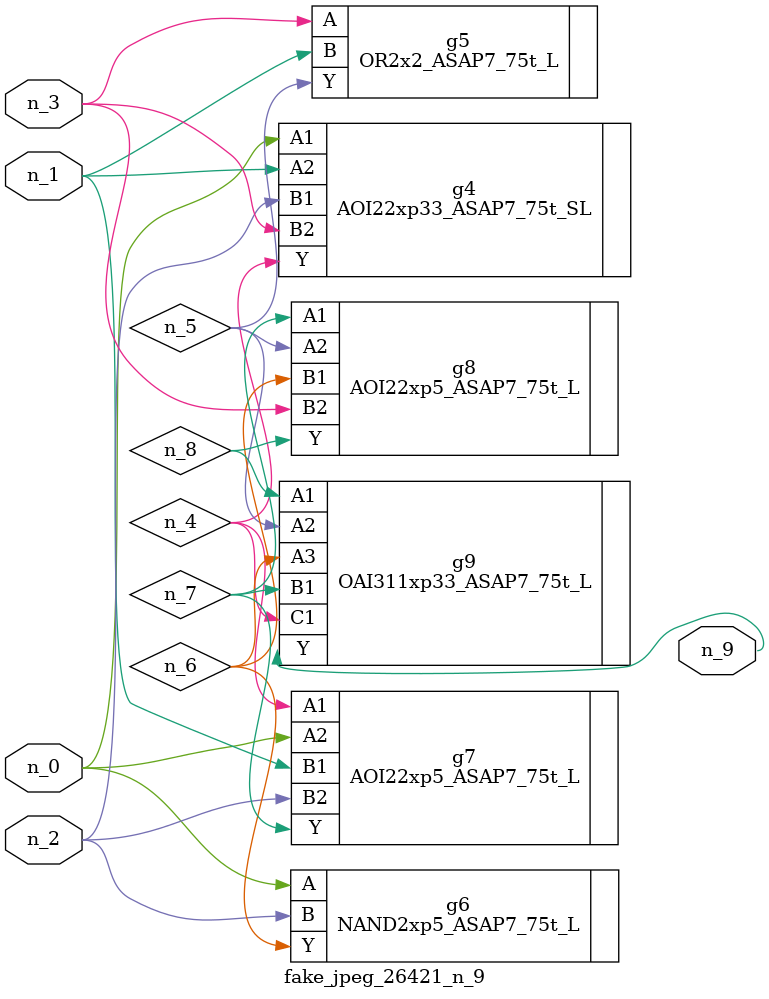
<source format=v>
module fake_jpeg_26421_n_9 (n_0, n_3, n_2, n_1, n_9);

input n_0;
input n_3;
input n_2;
input n_1;

output n_9;

wire n_4;
wire n_8;
wire n_6;
wire n_5;
wire n_7;

AOI22xp33_ASAP7_75t_SL g4 ( 
.A1(n_0),
.A2(n_1),
.B1(n_2),
.B2(n_3),
.Y(n_4)
);

OR2x2_ASAP7_75t_L g5 ( 
.A(n_3),
.B(n_1),
.Y(n_5)
);

NAND2xp5_ASAP7_75t_L g6 ( 
.A(n_0),
.B(n_2),
.Y(n_6)
);

AOI22xp5_ASAP7_75t_L g7 ( 
.A1(n_4),
.A2(n_0),
.B1(n_1),
.B2(n_2),
.Y(n_7)
);

AOI22xp5_ASAP7_75t_L g8 ( 
.A1(n_7),
.A2(n_5),
.B1(n_6),
.B2(n_3),
.Y(n_8)
);

OAI311xp33_ASAP7_75t_L g9 ( 
.A1(n_8),
.A2(n_5),
.A3(n_6),
.B1(n_7),
.C1(n_4),
.Y(n_9)
);


endmodule
</source>
